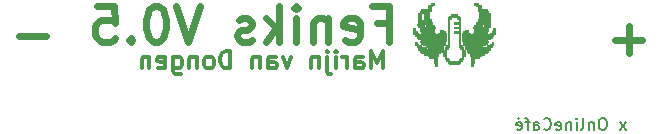
<source format=gbr>
%TF.GenerationSoftware,KiCad,Pcbnew,(6.0.8)*%
%TF.CreationDate,2023-04-29T21:49:54+02:00*%
%TF.ProjectId,Feniks,46656e69-6b73-42e6-9b69-6361645f7063,rev?*%
%TF.SameCoordinates,Original*%
%TF.FileFunction,Legend,Bot*%
%TF.FilePolarity,Positive*%
%FSLAX46Y46*%
G04 Gerber Fmt 4.6, Leading zero omitted, Abs format (unit mm)*
G04 Created by KiCad (PCBNEW (6.0.8)) date 2023-04-29 21:49:54*
%MOMM*%
%LPD*%
G01*
G04 APERTURE LIST*
%ADD10C,0.100000*%
%ADD11C,0.500000*%
%ADD12C,0.300000*%
%ADD13C,0.150000*%
%ADD14C,0.600000*%
G04 APERTURE END LIST*
D10*
G36*
X95844028Y-111502084D02*
G01*
X95844028Y-110972917D01*
X95976319Y-110972917D01*
X95976319Y-110708333D01*
X96108611Y-110708333D01*
X96108611Y-110576042D01*
X96240903Y-110576042D01*
X96240903Y-108194792D01*
X96373194Y-108194792D01*
X96373194Y-108062500D01*
X96505486Y-108062500D01*
X96505486Y-107930209D01*
X97034652Y-107930209D01*
X97034652Y-108062500D01*
X97166944Y-108062500D01*
X97166944Y-108194792D01*
X97299236Y-108194792D01*
X97299236Y-110576042D01*
X97431527Y-110576042D01*
X97431527Y-110708333D01*
X97563819Y-110708333D01*
X97563819Y-110972917D01*
X97696111Y-110972917D01*
X97696111Y-111502084D01*
X97563819Y-111502084D01*
X97563819Y-111766667D01*
X97431527Y-111766667D01*
X97431527Y-111898959D01*
X97299236Y-111898959D01*
X97299236Y-112031250D01*
X97166944Y-112031250D01*
X97166944Y-112163542D01*
X96373194Y-112163542D01*
X96373194Y-112031250D01*
X96240903Y-112031250D01*
X96240903Y-111898959D01*
X96108611Y-111898959D01*
X96108611Y-111766667D01*
X95976319Y-111766667D01*
X95976319Y-111634375D01*
X96108611Y-111634375D01*
X96240903Y-111634375D01*
X96240903Y-111766667D01*
X96373194Y-111766667D01*
X96373194Y-111898959D01*
X97166944Y-111898959D01*
X97166944Y-111766667D01*
X97299236Y-111766667D01*
X97299236Y-111634375D01*
X97431527Y-111634375D01*
X97431527Y-110840625D01*
X97299236Y-110840625D01*
X97299236Y-110708333D01*
X97166944Y-110708333D01*
X97166944Y-109517708D01*
X96770069Y-109517708D01*
X96770069Y-109385417D01*
X97166944Y-109385417D01*
X97166944Y-109120834D01*
X96770069Y-109120834D01*
X96770069Y-108988542D01*
X97166944Y-108988542D01*
X97166944Y-108723959D01*
X96770069Y-108723959D01*
X96770069Y-108591667D01*
X97166944Y-108591667D01*
X97166944Y-108327084D01*
X97034652Y-108327084D01*
X97034652Y-108194792D01*
X96505486Y-108194792D01*
X96505486Y-108327084D01*
X96373194Y-108327084D01*
X96373194Y-110708333D01*
X96240903Y-110708333D01*
X96240903Y-110840625D01*
X96108611Y-110840625D01*
X96108611Y-111634375D01*
X95976319Y-111634375D01*
X95976319Y-111502084D01*
X95844028Y-111502084D01*
G37*
X95844028Y-111502084D02*
X95844028Y-110972917D01*
X95976319Y-110972917D01*
X95976319Y-110708333D01*
X96108611Y-110708333D01*
X96108611Y-110576042D01*
X96240903Y-110576042D01*
X96240903Y-108194792D01*
X96373194Y-108194792D01*
X96373194Y-108062500D01*
X96505486Y-108062500D01*
X96505486Y-107930209D01*
X97034652Y-107930209D01*
X97034652Y-108062500D01*
X97166944Y-108062500D01*
X97166944Y-108194792D01*
X97299236Y-108194792D01*
X97299236Y-110576042D01*
X97431527Y-110576042D01*
X97431527Y-110708333D01*
X97563819Y-110708333D01*
X97563819Y-110972917D01*
X97696111Y-110972917D01*
X97696111Y-111502084D01*
X97563819Y-111502084D01*
X97563819Y-111766667D01*
X97431527Y-111766667D01*
X97431527Y-111898959D01*
X97299236Y-111898959D01*
X97299236Y-112031250D01*
X97166944Y-112031250D01*
X97166944Y-112163542D01*
X96373194Y-112163542D01*
X96373194Y-112031250D01*
X96240903Y-112031250D01*
X96240903Y-111898959D01*
X96108611Y-111898959D01*
X96108611Y-111766667D01*
X95976319Y-111766667D01*
X95976319Y-111634375D01*
X96108611Y-111634375D01*
X96240903Y-111634375D01*
X96240903Y-111766667D01*
X96373194Y-111766667D01*
X96373194Y-111898959D01*
X97166944Y-111898959D01*
X97166944Y-111766667D01*
X97299236Y-111766667D01*
X97299236Y-111634375D01*
X97431527Y-111634375D01*
X97431527Y-110840625D01*
X97299236Y-110840625D01*
X97299236Y-110708333D01*
X97166944Y-110708333D01*
X97166944Y-109517708D01*
X96770069Y-109517708D01*
X96770069Y-109385417D01*
X97166944Y-109385417D01*
X97166944Y-109120834D01*
X96770069Y-109120834D01*
X96770069Y-108988542D01*
X97166944Y-108988542D01*
X97166944Y-108723959D01*
X96770069Y-108723959D01*
X96770069Y-108591667D01*
X97166944Y-108591667D01*
X97166944Y-108327084D01*
X97034652Y-108327084D01*
X97034652Y-108194792D01*
X96505486Y-108194792D01*
X96505486Y-108327084D01*
X96373194Y-108327084D01*
X96373194Y-110708333D01*
X96240903Y-110708333D01*
X96240903Y-110840625D01*
X96108611Y-110840625D01*
X96108611Y-111634375D01*
X95976319Y-111634375D01*
X95976319Y-111502084D01*
X95844028Y-111502084D01*
G36*
X97696111Y-110576042D02*
G01*
X97563819Y-110576042D01*
X97563819Y-110179167D01*
X97431527Y-110179167D01*
X97431527Y-109517708D01*
X97563819Y-109517708D01*
X97563819Y-109385417D01*
X97696111Y-109385417D01*
X97696111Y-109253125D01*
X97960694Y-109253125D01*
X97960694Y-109517708D01*
X98092986Y-109517708D01*
X98092986Y-109650000D01*
X98357569Y-109650000D01*
X98357569Y-109517708D01*
X98489861Y-109517708D01*
X98489861Y-109120834D01*
X99019027Y-109120834D01*
X99151319Y-109120834D01*
X99151319Y-108988542D01*
X99283610Y-108988542D01*
X99283610Y-108723959D01*
X99151319Y-108723959D01*
X99151319Y-108988542D01*
X99019027Y-108988542D01*
X99019027Y-109120834D01*
X98489861Y-109120834D01*
X98357569Y-109120834D01*
X98357569Y-108988542D01*
X98489861Y-108988542D01*
X98489861Y-108856250D01*
X98622152Y-108856250D01*
X98622152Y-108591667D01*
X98754444Y-108591667D01*
X98754444Y-108327084D01*
X98886735Y-108327084D01*
X98886735Y-107665625D01*
X98754444Y-107665625D01*
X98754444Y-107268750D01*
X98622152Y-107268750D01*
X98622152Y-107136459D01*
X98489861Y-107136459D01*
X98489861Y-107004167D01*
X98754444Y-107004167D01*
X98754444Y-107136459D01*
X99019027Y-107136459D01*
X99019027Y-107533334D01*
X99283610Y-107533334D01*
X99283610Y-108723959D01*
X99415902Y-108723959D01*
X99415902Y-108459375D01*
X99548194Y-108459375D01*
X99548194Y-107797917D01*
X99415902Y-107797917D01*
X99415902Y-107533334D01*
X99548194Y-107533334D01*
X99548194Y-107665625D01*
X99680485Y-107665625D01*
X99680485Y-107797917D01*
X99812777Y-107797917D01*
X99812777Y-108723959D01*
X99680485Y-108723959D01*
X99680485Y-108856250D01*
X99812777Y-108856250D01*
X99812777Y-108988542D01*
X99680485Y-108988542D01*
X99680485Y-109385417D01*
X99548194Y-109385417D01*
X99548194Y-109650000D01*
X99812777Y-109650000D01*
X99812777Y-109517708D01*
X99945069Y-109517708D01*
X99945069Y-109385417D01*
X100077360Y-109385417D01*
X100077360Y-109120834D01*
X100209652Y-109120834D01*
X100209652Y-109650000D01*
X100077360Y-109650000D01*
X100077360Y-109782292D01*
X99945069Y-109782292D01*
X99945069Y-109914584D01*
X99812777Y-109914584D01*
X99812777Y-110046875D01*
X99548194Y-110046875D01*
X99548194Y-110179167D01*
X99680485Y-110179167D01*
X99680485Y-110311459D01*
X99548194Y-110311459D01*
X99548194Y-110443750D01*
X99415902Y-110443750D01*
X99415902Y-110576042D01*
X99151319Y-110576042D01*
X99151319Y-110708333D01*
X99548194Y-110708333D01*
X99548194Y-110576042D01*
X99812777Y-110576042D01*
X99812777Y-110443750D01*
X99945069Y-110443750D01*
X99945069Y-110311459D01*
X100077360Y-110311459D01*
X100077360Y-110576042D01*
X99945069Y-110576042D01*
X99945069Y-110708333D01*
X99812777Y-110708333D01*
X99812777Y-110972917D01*
X99680485Y-110972917D01*
X99680485Y-111105209D01*
X99548194Y-111105209D01*
X99548194Y-111237500D01*
X99283610Y-111237500D01*
X99283610Y-111369791D01*
X99019027Y-111369791D01*
X99019027Y-111502084D01*
X98886735Y-111502084D01*
X98886735Y-111634375D01*
X98489861Y-111634375D01*
X98489861Y-112031250D01*
X98357569Y-112031250D01*
X98357569Y-112295834D01*
X98225277Y-112295834D01*
X98225277Y-111502084D01*
X98092986Y-111502084D01*
X98092986Y-111237500D01*
X97960694Y-111237500D01*
X97960694Y-111105209D01*
X97828402Y-111105209D01*
X97828402Y-110840625D01*
X99019027Y-110840625D01*
X99151319Y-110840625D01*
X99151319Y-110708333D01*
X99019027Y-110708333D01*
X99019027Y-110840625D01*
X97828402Y-110840625D01*
X97696111Y-110840625D01*
X97696111Y-110576042D01*
G37*
X97696111Y-110576042D02*
X97563819Y-110576042D01*
X97563819Y-110179167D01*
X97431527Y-110179167D01*
X97431527Y-109517708D01*
X97563819Y-109517708D01*
X97563819Y-109385417D01*
X97696111Y-109385417D01*
X97696111Y-109253125D01*
X97960694Y-109253125D01*
X97960694Y-109517708D01*
X98092986Y-109517708D01*
X98092986Y-109650000D01*
X98357569Y-109650000D01*
X98357569Y-109517708D01*
X98489861Y-109517708D01*
X98489861Y-109120834D01*
X99019027Y-109120834D01*
X99151319Y-109120834D01*
X99151319Y-108988542D01*
X99283610Y-108988542D01*
X99283610Y-108723959D01*
X99151319Y-108723959D01*
X99151319Y-108988542D01*
X99019027Y-108988542D01*
X99019027Y-109120834D01*
X98489861Y-109120834D01*
X98357569Y-109120834D01*
X98357569Y-108988542D01*
X98489861Y-108988542D01*
X98489861Y-108856250D01*
X98622152Y-108856250D01*
X98622152Y-108591667D01*
X98754444Y-108591667D01*
X98754444Y-108327084D01*
X98886735Y-108327084D01*
X98886735Y-107665625D01*
X98754444Y-107665625D01*
X98754444Y-107268750D01*
X98622152Y-107268750D01*
X98622152Y-107136459D01*
X98489861Y-107136459D01*
X98489861Y-107004167D01*
X98754444Y-107004167D01*
X98754444Y-107136459D01*
X99019027Y-107136459D01*
X99019027Y-107533334D01*
X99283610Y-107533334D01*
X99283610Y-108723959D01*
X99415902Y-108723959D01*
X99415902Y-108459375D01*
X99548194Y-108459375D01*
X99548194Y-107797917D01*
X99415902Y-107797917D01*
X99415902Y-107533334D01*
X99548194Y-107533334D01*
X99548194Y-107665625D01*
X99680485Y-107665625D01*
X99680485Y-107797917D01*
X99812777Y-107797917D01*
X99812777Y-108723959D01*
X99680485Y-108723959D01*
X99680485Y-108856250D01*
X99812777Y-108856250D01*
X99812777Y-108988542D01*
X99680485Y-108988542D01*
X99680485Y-109385417D01*
X99548194Y-109385417D01*
X99548194Y-109650000D01*
X99812777Y-109650000D01*
X99812777Y-109517708D01*
X99945069Y-109517708D01*
X99945069Y-109385417D01*
X100077360Y-109385417D01*
X100077360Y-109120834D01*
X100209652Y-109120834D01*
X100209652Y-109650000D01*
X100077360Y-109650000D01*
X100077360Y-109782292D01*
X99945069Y-109782292D01*
X99945069Y-109914584D01*
X99812777Y-109914584D01*
X99812777Y-110046875D01*
X99548194Y-110046875D01*
X99548194Y-110179167D01*
X99680485Y-110179167D01*
X99680485Y-110311459D01*
X99548194Y-110311459D01*
X99548194Y-110443750D01*
X99415902Y-110443750D01*
X99415902Y-110576042D01*
X99151319Y-110576042D01*
X99151319Y-110708333D01*
X99548194Y-110708333D01*
X99548194Y-110576042D01*
X99812777Y-110576042D01*
X99812777Y-110443750D01*
X99945069Y-110443750D01*
X99945069Y-110311459D01*
X100077360Y-110311459D01*
X100077360Y-110576042D01*
X99945069Y-110576042D01*
X99945069Y-110708333D01*
X99812777Y-110708333D01*
X99812777Y-110972917D01*
X99680485Y-110972917D01*
X99680485Y-111105209D01*
X99548194Y-111105209D01*
X99548194Y-111237500D01*
X99283610Y-111237500D01*
X99283610Y-111369791D01*
X99019027Y-111369791D01*
X99019027Y-111502084D01*
X98886735Y-111502084D01*
X98886735Y-111634375D01*
X98489861Y-111634375D01*
X98489861Y-112031250D01*
X98357569Y-112031250D01*
X98357569Y-112295834D01*
X98225277Y-112295834D01*
X98225277Y-111502084D01*
X98092986Y-111502084D01*
X98092986Y-111237500D01*
X97960694Y-111237500D01*
X97960694Y-111105209D01*
X97828402Y-111105209D01*
X97828402Y-110840625D01*
X99019027Y-110840625D01*
X99151319Y-110840625D01*
X99151319Y-110708333D01*
X99019027Y-110708333D01*
X99019027Y-110840625D01*
X97828402Y-110840625D01*
X97696111Y-110840625D01*
X97696111Y-110576042D01*
D11*
G36*
X99528923Y-108262917D02*
G01*
X99396631Y-108262917D01*
X99396631Y-108130626D01*
X99528923Y-108130626D01*
X99528923Y-108262917D01*
G37*
X99528923Y-108262917D02*
X99396631Y-108262917D01*
X99396631Y-108130626D01*
X99528923Y-108130626D01*
X99528923Y-108262917D01*
D10*
G36*
X93595069Y-110708333D02*
G01*
X93595069Y-110576042D01*
X93462778Y-110576042D01*
X93462778Y-110311459D01*
X93595069Y-110311459D01*
X93595069Y-110443750D01*
X93727361Y-110443750D01*
X93727361Y-110576042D01*
X93991944Y-110576042D01*
X93991944Y-110708333D01*
X94388819Y-110708333D01*
X94388819Y-110576042D01*
X94124236Y-110576042D01*
X94124236Y-110443750D01*
X93991944Y-110443750D01*
X93991944Y-110311459D01*
X93859653Y-110311459D01*
X93859653Y-110179167D01*
X93991944Y-110179167D01*
X93991944Y-110046875D01*
X93727361Y-110046875D01*
X93727361Y-109914584D01*
X93595069Y-109914584D01*
X93595069Y-109782292D01*
X93462778Y-109782292D01*
X93462778Y-109650000D01*
X93330486Y-109650000D01*
X93330486Y-109120834D01*
X93462778Y-109120834D01*
X93462778Y-109385417D01*
X93595069Y-109385417D01*
X93595069Y-109517708D01*
X93727361Y-109517708D01*
X93727361Y-109650000D01*
X93991944Y-109650000D01*
X93991944Y-109385417D01*
X93859653Y-109385417D01*
X93859653Y-109120834D01*
X94388819Y-109120834D01*
X94521111Y-109120834D01*
X94521111Y-108988542D01*
X94388819Y-108988542D01*
X94388819Y-109120834D01*
X93859653Y-109120834D01*
X93859653Y-108988542D01*
X94256528Y-108988542D01*
X94388819Y-108988542D01*
X94388819Y-108723959D01*
X94256528Y-108723959D01*
X94256528Y-108988542D01*
X93859653Y-108988542D01*
X93727361Y-108988542D01*
X93727361Y-108856250D01*
X93859653Y-108856250D01*
X93859653Y-108723959D01*
X93727361Y-108723959D01*
X93727361Y-108856250D01*
X93595069Y-108856250D01*
X93595069Y-108723959D01*
X93727361Y-108723959D01*
X93727361Y-107797917D01*
X93859653Y-107797917D01*
X93859653Y-107665625D01*
X93991944Y-107665625D01*
X93991944Y-107533334D01*
X94124236Y-107533334D01*
X94124236Y-107797917D01*
X93991944Y-107797917D01*
X93991944Y-108459375D01*
X94124236Y-108459375D01*
X94124236Y-108723959D01*
X94256528Y-108723959D01*
X94256528Y-107533334D01*
X94521111Y-107533334D01*
X94521111Y-107136459D01*
X94785694Y-107136459D01*
X94785694Y-107004167D01*
X95050278Y-107004167D01*
X95050278Y-107136459D01*
X94917986Y-107136459D01*
X94917986Y-107268750D01*
X94785694Y-107268750D01*
X94785694Y-107665625D01*
X94653403Y-107665625D01*
X94653403Y-108327084D01*
X94785694Y-108327084D01*
X94785694Y-108591667D01*
X94917986Y-108591667D01*
X94917986Y-108856250D01*
X95050278Y-108856250D01*
X95050278Y-108988542D01*
X95182569Y-108988542D01*
X95182569Y-109120834D01*
X95050278Y-109120834D01*
X95050278Y-109517708D01*
X95182569Y-109517708D01*
X95182569Y-109650000D01*
X95447152Y-109650000D01*
X95447152Y-109517708D01*
X95579444Y-109517708D01*
X95579444Y-109253125D01*
X95844028Y-109253125D01*
X95844028Y-109385417D01*
X95976319Y-109385417D01*
X95976319Y-109517708D01*
X96108611Y-109517708D01*
X96108611Y-110179167D01*
X95976319Y-110179167D01*
X95976319Y-110576042D01*
X95844028Y-110576042D01*
X95844028Y-110840625D01*
X95711736Y-110840625D01*
X95711736Y-111105209D01*
X95579444Y-111105209D01*
X95579444Y-111237500D01*
X95447152Y-111237500D01*
X95447152Y-111502084D01*
X95314861Y-111502084D01*
X95314861Y-112295834D01*
X95182569Y-112295834D01*
X95182569Y-112031250D01*
X95050278Y-112031250D01*
X95050278Y-111634375D01*
X94653403Y-111634375D01*
X94653403Y-111502084D01*
X94521111Y-111502084D01*
X94521111Y-111369791D01*
X94256528Y-111369791D01*
X94256528Y-111237500D01*
X93991944Y-111237500D01*
X93991944Y-111105209D01*
X93859653Y-111105209D01*
X93859653Y-110972917D01*
X93727361Y-110972917D01*
X93727361Y-110840625D01*
X94388819Y-110840625D01*
X94521111Y-110840625D01*
X94521111Y-110708333D01*
X94388819Y-110708333D01*
X94388819Y-110840625D01*
X93727361Y-110840625D01*
X93727361Y-110708333D01*
X93595069Y-110708333D01*
G37*
X93595069Y-110708333D02*
X93595069Y-110576042D01*
X93462778Y-110576042D01*
X93462778Y-110311459D01*
X93595069Y-110311459D01*
X93595069Y-110443750D01*
X93727361Y-110443750D01*
X93727361Y-110576042D01*
X93991944Y-110576042D01*
X93991944Y-110708333D01*
X94388819Y-110708333D01*
X94388819Y-110576042D01*
X94124236Y-110576042D01*
X94124236Y-110443750D01*
X93991944Y-110443750D01*
X93991944Y-110311459D01*
X93859653Y-110311459D01*
X93859653Y-110179167D01*
X93991944Y-110179167D01*
X93991944Y-110046875D01*
X93727361Y-110046875D01*
X93727361Y-109914584D01*
X93595069Y-109914584D01*
X93595069Y-109782292D01*
X93462778Y-109782292D01*
X93462778Y-109650000D01*
X93330486Y-109650000D01*
X93330486Y-109120834D01*
X93462778Y-109120834D01*
X93462778Y-109385417D01*
X93595069Y-109385417D01*
X93595069Y-109517708D01*
X93727361Y-109517708D01*
X93727361Y-109650000D01*
X93991944Y-109650000D01*
X93991944Y-109385417D01*
X93859653Y-109385417D01*
X93859653Y-109120834D01*
X94388819Y-109120834D01*
X94521111Y-109120834D01*
X94521111Y-108988542D01*
X94388819Y-108988542D01*
X94388819Y-109120834D01*
X93859653Y-109120834D01*
X93859653Y-108988542D01*
X94256528Y-108988542D01*
X94388819Y-108988542D01*
X94388819Y-108723959D01*
X94256528Y-108723959D01*
X94256528Y-108988542D01*
X93859653Y-108988542D01*
X93727361Y-108988542D01*
X93727361Y-108856250D01*
X93859653Y-108856250D01*
X93859653Y-108723959D01*
X93727361Y-108723959D01*
X93727361Y-108856250D01*
X93595069Y-108856250D01*
X93595069Y-108723959D01*
X93727361Y-108723959D01*
X93727361Y-107797917D01*
X93859653Y-107797917D01*
X93859653Y-107665625D01*
X93991944Y-107665625D01*
X93991944Y-107533334D01*
X94124236Y-107533334D01*
X94124236Y-107797917D01*
X93991944Y-107797917D01*
X93991944Y-108459375D01*
X94124236Y-108459375D01*
X94124236Y-108723959D01*
X94256528Y-108723959D01*
X94256528Y-107533334D01*
X94521111Y-107533334D01*
X94521111Y-107136459D01*
X94785694Y-107136459D01*
X94785694Y-107004167D01*
X95050278Y-107004167D01*
X95050278Y-107136459D01*
X94917986Y-107136459D01*
X94917986Y-107268750D01*
X94785694Y-107268750D01*
X94785694Y-107665625D01*
X94653403Y-107665625D01*
X94653403Y-108327084D01*
X94785694Y-108327084D01*
X94785694Y-108591667D01*
X94917986Y-108591667D01*
X94917986Y-108856250D01*
X95050278Y-108856250D01*
X95050278Y-108988542D01*
X95182569Y-108988542D01*
X95182569Y-109120834D01*
X95050278Y-109120834D01*
X95050278Y-109517708D01*
X95182569Y-109517708D01*
X95182569Y-109650000D01*
X95447152Y-109650000D01*
X95447152Y-109517708D01*
X95579444Y-109517708D01*
X95579444Y-109253125D01*
X95844028Y-109253125D01*
X95844028Y-109385417D01*
X95976319Y-109385417D01*
X95976319Y-109517708D01*
X96108611Y-109517708D01*
X96108611Y-110179167D01*
X95976319Y-110179167D01*
X95976319Y-110576042D01*
X95844028Y-110576042D01*
X95844028Y-110840625D01*
X95711736Y-110840625D01*
X95711736Y-111105209D01*
X95579444Y-111105209D01*
X95579444Y-111237500D01*
X95447152Y-111237500D01*
X95447152Y-111502084D01*
X95314861Y-111502084D01*
X95314861Y-112295834D01*
X95182569Y-112295834D01*
X95182569Y-112031250D01*
X95050278Y-112031250D01*
X95050278Y-111634375D01*
X94653403Y-111634375D01*
X94653403Y-111502084D01*
X94521111Y-111502084D01*
X94521111Y-111369791D01*
X94256528Y-111369791D01*
X94256528Y-111237500D01*
X93991944Y-111237500D01*
X93991944Y-111105209D01*
X93859653Y-111105209D01*
X93859653Y-110972917D01*
X93727361Y-110972917D01*
X93727361Y-110840625D01*
X94388819Y-110840625D01*
X94521111Y-110840625D01*
X94521111Y-110708333D01*
X94388819Y-110708333D01*
X94388819Y-110840625D01*
X93727361Y-110840625D01*
X93727361Y-110708333D01*
X93595069Y-110708333D01*
D12*
X90762479Y-112524196D02*
X90762479Y-111024196D01*
X90262479Y-112095625D01*
X89762479Y-111024196D01*
X89762479Y-112524196D01*
X88405336Y-112524196D02*
X88405336Y-111738482D01*
X88476765Y-111595625D01*
X88619622Y-111524196D01*
X88905336Y-111524196D01*
X89048194Y-111595625D01*
X88405336Y-112452767D02*
X88548194Y-112524196D01*
X88905336Y-112524196D01*
X89048194Y-112452767D01*
X89119622Y-112309910D01*
X89119622Y-112167053D01*
X89048194Y-112024196D01*
X88905336Y-111952767D01*
X88548194Y-111952767D01*
X88405336Y-111881339D01*
X87691051Y-112524196D02*
X87691051Y-111524196D01*
X87691051Y-111809910D02*
X87619622Y-111667053D01*
X87548194Y-111595625D01*
X87405336Y-111524196D01*
X87262479Y-111524196D01*
X86762479Y-112524196D02*
X86762479Y-111524196D01*
X86762479Y-111024196D02*
X86833908Y-111095625D01*
X86762479Y-111167053D01*
X86691051Y-111095625D01*
X86762479Y-111024196D01*
X86762479Y-111167053D01*
X86048194Y-111524196D02*
X86048194Y-112809910D01*
X86119622Y-112952767D01*
X86262479Y-113024196D01*
X86333908Y-113024196D01*
X86048194Y-111024196D02*
X86119622Y-111095625D01*
X86048194Y-111167053D01*
X85976765Y-111095625D01*
X86048194Y-111024196D01*
X86048194Y-111167053D01*
X85333908Y-111524196D02*
X85333908Y-112524196D01*
X85333908Y-111667053D02*
X85262479Y-111595625D01*
X85119622Y-111524196D01*
X84905336Y-111524196D01*
X84762479Y-111595625D01*
X84691051Y-111738482D01*
X84691051Y-112524196D01*
X82976765Y-111524196D02*
X82619622Y-112524196D01*
X82262479Y-111524196D01*
X81048194Y-112524196D02*
X81048194Y-111738482D01*
X81119622Y-111595625D01*
X81262479Y-111524196D01*
X81548194Y-111524196D01*
X81691051Y-111595625D01*
X81048194Y-112452767D02*
X81191051Y-112524196D01*
X81548194Y-112524196D01*
X81691051Y-112452767D01*
X81762479Y-112309910D01*
X81762479Y-112167053D01*
X81691051Y-112024196D01*
X81548194Y-111952767D01*
X81191051Y-111952767D01*
X81048194Y-111881339D01*
X80333908Y-111524196D02*
X80333908Y-112524196D01*
X80333908Y-111667053D02*
X80262479Y-111595625D01*
X80119622Y-111524196D01*
X79905336Y-111524196D01*
X79762479Y-111595625D01*
X79691051Y-111738482D01*
X79691051Y-112524196D01*
X77833908Y-112524196D02*
X77833908Y-111024196D01*
X77476765Y-111024196D01*
X77262479Y-111095625D01*
X77119622Y-111238482D01*
X77048194Y-111381339D01*
X76976765Y-111667053D01*
X76976765Y-111881339D01*
X77048194Y-112167053D01*
X77119622Y-112309910D01*
X77262479Y-112452767D01*
X77476765Y-112524196D01*
X77833908Y-112524196D01*
X76119622Y-112524196D02*
X76262479Y-112452767D01*
X76333908Y-112381339D01*
X76405336Y-112238482D01*
X76405336Y-111809910D01*
X76333908Y-111667053D01*
X76262479Y-111595625D01*
X76119622Y-111524196D01*
X75905336Y-111524196D01*
X75762479Y-111595625D01*
X75691051Y-111667053D01*
X75619622Y-111809910D01*
X75619622Y-112238482D01*
X75691051Y-112381339D01*
X75762479Y-112452767D01*
X75905336Y-112524196D01*
X76119622Y-112524196D01*
X74976765Y-111524196D02*
X74976765Y-112524196D01*
X74976765Y-111667053D02*
X74905336Y-111595625D01*
X74762479Y-111524196D01*
X74548194Y-111524196D01*
X74405336Y-111595625D01*
X74333908Y-111738482D01*
X74333908Y-112524196D01*
X72976765Y-111524196D02*
X72976765Y-112738482D01*
X73048194Y-112881339D01*
X73119622Y-112952767D01*
X73262479Y-113024196D01*
X73476765Y-113024196D01*
X73619622Y-112952767D01*
X72976765Y-112452767D02*
X73119622Y-112524196D01*
X73405336Y-112524196D01*
X73548194Y-112452767D01*
X73619622Y-112381339D01*
X73691051Y-112238482D01*
X73691051Y-111809910D01*
X73619622Y-111667053D01*
X73548194Y-111595625D01*
X73405336Y-111524196D01*
X73119622Y-111524196D01*
X72976765Y-111595625D01*
X71691051Y-112452767D02*
X71833908Y-112524196D01*
X72119622Y-112524196D01*
X72262479Y-112452767D01*
X72333908Y-112309910D01*
X72333908Y-111738482D01*
X72262479Y-111595625D01*
X72119622Y-111524196D01*
X71833908Y-111524196D01*
X71691051Y-111595625D01*
X71619622Y-111738482D01*
X71619622Y-111881339D01*
X72333908Y-112024196D01*
X70976765Y-111524196D02*
X70976765Y-112524196D01*
X70976765Y-111667053D02*
X70905336Y-111595625D01*
X70762479Y-111524196D01*
X70548194Y-111524196D01*
X70405336Y-111595625D01*
X70333908Y-111738482D01*
X70333908Y-112524196D01*
D13*
X111304666Y-117727380D02*
X110780857Y-117060714D01*
X111304666Y-117060714D02*
X110780857Y-117727380D01*
X109447523Y-116727380D02*
X109257047Y-116727380D01*
X109161809Y-116775000D01*
X109066571Y-116870238D01*
X109018952Y-117060714D01*
X109018952Y-117394047D01*
X109066571Y-117584523D01*
X109161809Y-117679761D01*
X109257047Y-117727380D01*
X109447523Y-117727380D01*
X109542761Y-117679761D01*
X109638000Y-117584523D01*
X109685619Y-117394047D01*
X109685619Y-117060714D01*
X109638000Y-116870238D01*
X109542761Y-116775000D01*
X109447523Y-116727380D01*
X108590380Y-117060714D02*
X108590380Y-117727380D01*
X108590380Y-117155952D02*
X108542761Y-117108333D01*
X108447523Y-117060714D01*
X108304666Y-117060714D01*
X108209428Y-117108333D01*
X108161809Y-117203571D01*
X108161809Y-117727380D01*
X107542761Y-117727380D02*
X107638000Y-117679761D01*
X107685619Y-117584523D01*
X107685619Y-116727380D01*
X107161809Y-117727380D02*
X107161809Y-117060714D01*
X107161809Y-116727380D02*
X107209428Y-116775000D01*
X107161809Y-116822619D01*
X107114190Y-116775000D01*
X107161809Y-116727380D01*
X107161809Y-116822619D01*
X106685619Y-117060714D02*
X106685619Y-117727380D01*
X106685619Y-117155952D02*
X106638000Y-117108333D01*
X106542761Y-117060714D01*
X106399904Y-117060714D01*
X106304666Y-117108333D01*
X106257047Y-117203571D01*
X106257047Y-117727380D01*
X105399904Y-117679761D02*
X105495142Y-117727380D01*
X105685619Y-117727380D01*
X105780857Y-117679761D01*
X105828476Y-117584523D01*
X105828476Y-117203571D01*
X105780857Y-117108333D01*
X105685619Y-117060714D01*
X105495142Y-117060714D01*
X105399904Y-117108333D01*
X105352285Y-117203571D01*
X105352285Y-117298809D01*
X105828476Y-117394047D01*
X104352285Y-117632142D02*
X104399904Y-117679761D01*
X104542761Y-117727380D01*
X104638000Y-117727380D01*
X104780857Y-117679761D01*
X104876095Y-117584523D01*
X104923714Y-117489285D01*
X104971333Y-117298809D01*
X104971333Y-117155952D01*
X104923714Y-116965476D01*
X104876095Y-116870238D01*
X104780857Y-116775000D01*
X104638000Y-116727380D01*
X104542761Y-116727380D01*
X104399904Y-116775000D01*
X104352285Y-116822619D01*
X103495142Y-117727380D02*
X103495142Y-117203571D01*
X103542761Y-117108333D01*
X103638000Y-117060714D01*
X103828476Y-117060714D01*
X103923714Y-117108333D01*
X103495142Y-117679761D02*
X103590380Y-117727380D01*
X103828476Y-117727380D01*
X103923714Y-117679761D01*
X103971333Y-117584523D01*
X103971333Y-117489285D01*
X103923714Y-117394047D01*
X103828476Y-117346428D01*
X103590380Y-117346428D01*
X103495142Y-117298809D01*
X103161809Y-117060714D02*
X102780857Y-117060714D01*
X103018952Y-117727380D02*
X103018952Y-116870238D01*
X102971333Y-116775000D01*
X102876095Y-116727380D01*
X102780857Y-116727380D01*
X102066571Y-117679761D02*
X102161809Y-117727380D01*
X102352285Y-117727380D01*
X102447523Y-117679761D01*
X102495142Y-117584523D01*
X102495142Y-117203571D01*
X102447523Y-117108333D01*
X102352285Y-117060714D01*
X102161809Y-117060714D01*
X102066571Y-117108333D01*
X102018952Y-117203571D01*
X102018952Y-117298809D01*
X102495142Y-117394047D01*
X102161809Y-116679761D02*
X102304666Y-116822619D01*
D14*
X112680857Y-110114285D02*
X110395142Y-110114285D01*
X111538000Y-111257142D02*
X111538000Y-108971428D01*
X59957142Y-109785714D02*
X62242857Y-109785714D01*
X90244919Y-108672589D02*
X91244919Y-108672589D01*
X91244919Y-110244017D02*
X91244919Y-107244017D01*
X89816348Y-107244017D01*
X87530634Y-110101160D02*
X87816348Y-110244017D01*
X88387777Y-110244017D01*
X88673491Y-110101160D01*
X88816348Y-109815446D01*
X88816348Y-108672589D01*
X88673491Y-108386875D01*
X88387777Y-108244017D01*
X87816348Y-108244017D01*
X87530634Y-108386875D01*
X87387777Y-108672589D01*
X87387777Y-108958303D01*
X88816348Y-109244017D01*
X86102062Y-108244017D02*
X86102062Y-110244017D01*
X86102062Y-108529732D02*
X85959205Y-108386875D01*
X85673491Y-108244017D01*
X85244919Y-108244017D01*
X84959205Y-108386875D01*
X84816348Y-108672589D01*
X84816348Y-110244017D01*
X83387777Y-110244017D02*
X83387777Y-108244017D01*
X83387777Y-107244017D02*
X83530634Y-107386875D01*
X83387777Y-107529732D01*
X83244919Y-107386875D01*
X83387777Y-107244017D01*
X83387777Y-107529732D01*
X81959205Y-110244017D02*
X81959205Y-107244017D01*
X81673491Y-109101160D02*
X80816348Y-110244017D01*
X80816348Y-108244017D02*
X81959205Y-109386875D01*
X79673491Y-110101160D02*
X79387777Y-110244017D01*
X78816348Y-110244017D01*
X78530634Y-110101160D01*
X78387777Y-109815446D01*
X78387777Y-109672589D01*
X78530634Y-109386875D01*
X78816348Y-109244017D01*
X79244919Y-109244017D01*
X79530634Y-109101160D01*
X79673491Y-108815446D01*
X79673491Y-108672589D01*
X79530634Y-108386875D01*
X79244919Y-108244017D01*
X78816348Y-108244017D01*
X78530634Y-108386875D01*
X75244919Y-107244017D02*
X74244919Y-110244017D01*
X73244919Y-107244017D01*
X71673491Y-107244017D02*
X71387777Y-107244017D01*
X71102062Y-107386875D01*
X70959205Y-107529732D01*
X70816348Y-107815446D01*
X70673491Y-108386875D01*
X70673491Y-109101160D01*
X70816348Y-109672589D01*
X70959205Y-109958303D01*
X71102062Y-110101160D01*
X71387777Y-110244017D01*
X71673491Y-110244017D01*
X71959205Y-110101160D01*
X72102062Y-109958303D01*
X72244919Y-109672589D01*
X72387777Y-109101160D01*
X72387777Y-108386875D01*
X72244919Y-107815446D01*
X72102062Y-107529732D01*
X71959205Y-107386875D01*
X71673491Y-107244017D01*
X69387777Y-109958303D02*
X69244919Y-110101160D01*
X69387777Y-110244017D01*
X69530634Y-110101160D01*
X69387777Y-109958303D01*
X69387777Y-110244017D01*
X66530634Y-107244017D02*
X67959205Y-107244017D01*
X68102062Y-108672589D01*
X67959205Y-108529732D01*
X67673491Y-108386875D01*
X66959205Y-108386875D01*
X66673491Y-108529732D01*
X66530634Y-108672589D01*
X66387777Y-108958303D01*
X66387777Y-109672589D01*
X66530634Y-109958303D01*
X66673491Y-110101160D01*
X66959205Y-110244017D01*
X67673491Y-110244017D01*
X67959205Y-110101160D01*
X68102062Y-109958303D01*
M02*

</source>
